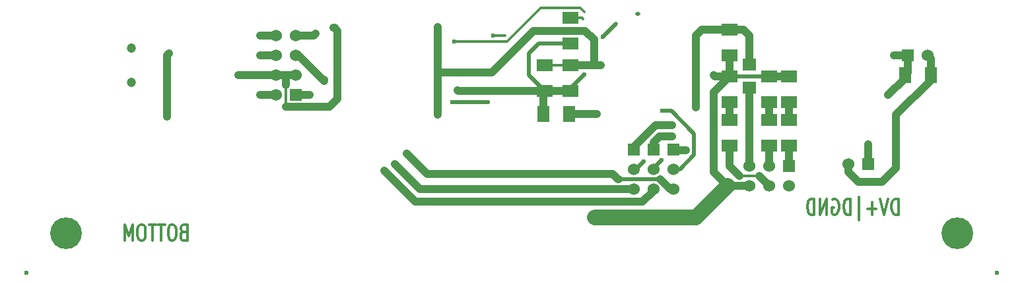
<source format=gbl>
G04 (created by PCBNEW-RS274X (2011-12-28 BZR 3254)-stable) date 25/02/2013 21:36:47*
G01*
G70*
G90*
%MOIN*%
G04 Gerber Fmt 3.4, Leading zero omitted, Abs format*
%FSLAX34Y34*%
G04 APERTURE LIST*
%ADD10C,0.006000*%
%ADD11C,0.012000*%
%ADD12C,0.047200*%
%ADD13R,0.060000X0.080000*%
%ADD14R,0.080000X0.060000*%
%ADD15R,0.060000X0.060000*%
%ADD16C,0.060000*%
%ADD17C,0.160000*%
%ADD18R,0.070900X0.059100*%
%ADD19C,0.023600*%
%ADD20C,0.019700*%
%ADD21C,0.039400*%
%ADD22C,0.013800*%
%ADD23C,0.078700*%
G04 APERTURE END LIST*
G54D10*
G54D11*
X07911Y02070D02*
X07825Y02032D01*
X07797Y01994D01*
X07768Y01918D01*
X07768Y01804D01*
X07797Y01727D01*
X07825Y01689D01*
X07883Y01651D01*
X08111Y01651D01*
X08111Y02451D01*
X07911Y02451D01*
X07854Y02413D01*
X07825Y02375D01*
X07797Y02299D01*
X07797Y02223D01*
X07825Y02146D01*
X07854Y02108D01*
X07911Y02070D01*
X08111Y02070D01*
X07397Y02451D02*
X07283Y02451D01*
X07225Y02413D01*
X07168Y02337D01*
X07140Y02185D01*
X07140Y01918D01*
X07168Y01765D01*
X07225Y01689D01*
X07283Y01651D01*
X07397Y01651D01*
X07454Y01689D01*
X07511Y01765D01*
X07540Y01918D01*
X07540Y02185D01*
X07511Y02337D01*
X07454Y02413D01*
X07397Y02451D01*
X06968Y02451D02*
X06625Y02451D01*
X06796Y01651D02*
X06796Y02451D01*
X06511Y02451D02*
X06168Y02451D01*
X06339Y01651D02*
X06339Y02451D01*
X05854Y02451D02*
X05740Y02451D01*
X05682Y02413D01*
X05625Y02337D01*
X05597Y02185D01*
X05597Y01918D01*
X05625Y01765D01*
X05682Y01689D01*
X05740Y01651D01*
X05854Y01651D01*
X05911Y01689D01*
X05968Y01765D01*
X05997Y01918D01*
X05997Y02185D01*
X05968Y02337D01*
X05911Y02413D01*
X05854Y02451D01*
X05339Y01651D02*
X05339Y02451D01*
X05139Y01880D01*
X04939Y02451D01*
X04939Y01651D01*
X44010Y02951D02*
X44010Y03751D01*
X43867Y03751D01*
X43782Y03713D01*
X43724Y03637D01*
X43696Y03561D01*
X43667Y03408D01*
X43667Y03294D01*
X43696Y03142D01*
X43724Y03065D01*
X43782Y02989D01*
X43867Y02951D01*
X44010Y02951D01*
X43496Y03751D02*
X43296Y02951D01*
X43096Y03751D01*
X42896Y03256D02*
X42439Y03256D01*
X42668Y02951D02*
X42668Y03561D01*
X42010Y02685D02*
X42010Y03827D01*
X41582Y02951D02*
X41582Y03751D01*
X41439Y03751D01*
X41354Y03713D01*
X41296Y03637D01*
X41268Y03561D01*
X41239Y03408D01*
X41239Y03294D01*
X41268Y03142D01*
X41296Y03065D01*
X41354Y02989D01*
X41439Y02951D01*
X41582Y02951D01*
X40668Y03713D02*
X40725Y03751D01*
X40811Y03751D01*
X40896Y03713D01*
X40954Y03637D01*
X40982Y03561D01*
X41011Y03408D01*
X41011Y03294D01*
X40982Y03142D01*
X40954Y03065D01*
X40896Y02989D01*
X40811Y02951D01*
X40754Y02951D01*
X40668Y02989D01*
X40639Y03027D01*
X40639Y03294D01*
X40754Y03294D01*
X40382Y02951D02*
X40382Y03751D01*
X40039Y02951D01*
X40039Y03751D01*
X39753Y02951D02*
X39753Y03751D01*
X39610Y03751D01*
X39525Y03713D01*
X39467Y03637D01*
X39439Y03561D01*
X39410Y03408D01*
X39410Y03294D01*
X39439Y03142D01*
X39467Y03065D01*
X39525Y02989D01*
X39610Y02951D01*
X39753Y02951D01*
G54D12*
X05276Y11366D03*
X05276Y09634D03*
G54D13*
X44350Y10000D03*
X45650Y10000D03*
G54D14*
X37500Y06450D03*
X37500Y07750D03*
X37500Y08650D03*
X37500Y09950D03*
X38500Y08650D03*
X38500Y09950D03*
X38500Y06450D03*
X38500Y07750D03*
X35500Y06450D03*
X35500Y07750D03*
X26150Y09200D03*
X26150Y10500D03*
X27450Y11600D03*
X27450Y12900D03*
G54D13*
X27400Y08050D03*
X26100Y08050D03*
G54D14*
X27450Y09200D03*
X27450Y10500D03*
X35500Y08650D03*
X35500Y09950D03*
G54D15*
X13600Y09000D03*
G54D16*
X12600Y09000D03*
X13600Y10000D03*
X12600Y10000D03*
X13600Y11000D03*
X12600Y11000D03*
X13600Y12000D03*
X12600Y12000D03*
G54D15*
X38500Y05400D03*
G54D16*
X38500Y04400D03*
X37500Y05400D03*
X37500Y04400D03*
X36500Y05400D03*
X36500Y04400D03*
G54D15*
X30650Y06250D03*
G54D16*
X30650Y05250D03*
X30650Y04250D03*
G54D15*
X44500Y11000D03*
G54D16*
X45500Y11000D03*
G54D15*
X32650Y06250D03*
G54D16*
X32650Y05250D03*
X32650Y04250D03*
G54D15*
X31650Y06250D03*
G54D16*
X31650Y05250D03*
X31650Y04250D03*
G54D15*
X42500Y05500D03*
G54D16*
X41500Y05500D03*
G54D17*
X02000Y02000D03*
X47000Y02000D03*
G54D14*
X35500Y12325D03*
X35500Y11025D03*
G54D18*
X36475Y10550D03*
X36475Y09369D03*
G54D19*
X00000Y00000D03*
X49000Y00000D03*
X28150Y10050D03*
X21750Y09250D03*
X42500Y06500D03*
X28150Y10450D03*
X20750Y12450D03*
X20750Y08000D03*
X28700Y02800D03*
X34700Y10000D03*
X43500Y09000D03*
X21600Y11700D03*
X33300Y06200D03*
X38500Y08200D03*
X14300Y09000D03*
X15300Y08400D03*
X10700Y10000D03*
X15500Y12400D03*
X15100Y09700D03*
X21500Y08650D03*
X23300Y08650D03*
X23550Y12000D03*
X29100Y11950D03*
X11800Y11000D03*
X31150Y05650D03*
X11800Y12000D03*
X14600Y12100D03*
X33775Y12025D03*
X33800Y08375D03*
X11800Y09000D03*
X32100Y08200D03*
X32050Y05700D03*
X32600Y06900D03*
X37500Y08200D03*
X32600Y07475D03*
X35500Y08200D03*
X07200Y11100D03*
X07100Y07900D03*
G54D20*
X30900Y13100D02*
X30825Y13100D01*
X25350Y10000D02*
X26150Y09200D01*
G54D21*
X26100Y09150D02*
X26150Y09200D01*
X21800Y09200D02*
X21750Y09250D01*
X26150Y09200D02*
X27450Y09200D01*
G54D20*
X25850Y11600D02*
X25350Y11100D01*
G54D21*
X26100Y08050D02*
X26100Y09150D01*
X26150Y09200D02*
X21800Y09200D01*
G54D20*
X27450Y09200D02*
X27450Y09350D01*
X27450Y11600D02*
X25850Y11600D01*
X27450Y09350D02*
X28150Y10050D01*
X25350Y11100D02*
X25350Y10000D01*
G54D21*
X28800Y08050D02*
X27400Y08050D01*
X19850Y04250D02*
X18600Y05500D01*
X19850Y04250D02*
X30650Y04250D01*
X31100Y03600D02*
X19625Y03600D01*
X31650Y04150D02*
X31650Y04250D01*
X31650Y04150D02*
X31100Y03600D01*
X19625Y03600D02*
X18050Y05175D01*
X42500Y05500D02*
X42500Y06500D01*
X35400Y04400D02*
X34700Y05100D01*
X34750Y09950D02*
X35500Y09950D01*
X41500Y05500D02*
X41500Y05100D01*
X45650Y10000D02*
X45650Y10850D01*
X23500Y10150D02*
X20750Y10150D01*
G54D22*
X27450Y10500D02*
X28100Y10500D01*
G54D21*
X43900Y05300D02*
X43900Y08000D01*
X45650Y09750D02*
X45650Y10000D01*
X37500Y09950D02*
X38500Y09950D01*
X34700Y05100D02*
X34700Y09150D01*
X28200Y12250D02*
X25600Y12250D01*
X43200Y04600D02*
X43900Y05300D01*
G54D20*
X37500Y09950D02*
X36500Y09950D01*
G54D21*
X35500Y11025D02*
X35500Y09950D01*
X41500Y05100D02*
X42000Y04600D01*
X29000Y10500D02*
X28650Y10500D01*
X34700Y09150D02*
X35500Y09950D01*
X20750Y10150D02*
X20750Y12450D01*
X25600Y12250D02*
X23500Y10150D01*
X20750Y08000D02*
X20750Y10150D01*
G54D23*
X33800Y02800D02*
X35400Y04400D01*
G54D21*
X42000Y04600D02*
X43200Y04600D01*
G54D22*
X28100Y10500D02*
X28150Y10450D01*
X26150Y10500D02*
X27450Y10500D01*
G54D20*
X36500Y09950D02*
X35500Y09950D01*
G54D21*
X28650Y10500D02*
X28650Y11800D01*
X43900Y08000D02*
X45650Y09750D01*
G54D23*
X28700Y02800D02*
X33800Y02800D01*
G54D21*
X36500Y04400D02*
X35400Y04400D01*
X45650Y10850D02*
X45500Y11000D01*
X28650Y11800D02*
X28200Y12250D01*
X34700Y10000D02*
X34750Y09950D01*
X28650Y10500D02*
X27450Y10500D01*
X35300Y04400D02*
X36500Y04400D01*
X44500Y10150D02*
X44350Y10000D01*
X44350Y10000D02*
X44350Y09850D01*
X44500Y11000D02*
X44500Y10150D01*
X44350Y09850D02*
X43500Y09000D01*
X44500Y11000D02*
X43800Y11000D01*
G54D22*
X28150Y13200D02*
X27950Y13400D01*
X24250Y11700D02*
X21600Y11700D01*
X27950Y13400D02*
X25950Y13400D01*
X25950Y13400D02*
X24250Y11700D01*
G54D21*
X38500Y08200D02*
X38500Y07750D01*
X38500Y07750D02*
X38500Y08650D01*
X32700Y06200D02*
X33300Y06200D01*
X32650Y06250D02*
X32700Y06200D01*
X37500Y05400D02*
X37500Y06450D01*
X37500Y04400D02*
X37000Y04900D01*
X35500Y05400D02*
X35500Y06450D01*
G54D22*
X37000Y04900D02*
X36000Y04900D01*
X36000Y04900D02*
X37000Y04900D01*
G54D21*
X36000Y04900D02*
X35500Y05400D01*
X13600Y09000D02*
X14300Y09000D01*
G54D22*
X13100Y10000D02*
X12600Y10000D01*
G54D21*
X15300Y08400D02*
X13100Y08400D01*
G54D22*
X13100Y10000D02*
X13600Y10000D01*
G54D21*
X15700Y08800D02*
X15300Y08400D01*
G54D22*
X13100Y08400D02*
X13100Y09525D01*
G54D21*
X15500Y12400D02*
X15550Y12400D01*
X12600Y10000D02*
X10700Y10000D01*
X15700Y12250D02*
X15700Y08800D01*
X13600Y10000D02*
X12600Y10000D01*
X13100Y10000D02*
X13100Y09525D01*
X15550Y12400D02*
X15700Y12250D01*
X13734Y11000D02*
X15034Y09700D01*
X13600Y11000D02*
X13734Y11000D01*
G54D22*
X15100Y09700D02*
X15034Y09766D01*
G54D21*
X15034Y09700D02*
X15034Y09766D01*
G54D20*
X21500Y08650D02*
X23300Y08650D01*
G54D22*
X24150Y12000D02*
X23550Y12000D01*
G54D20*
X29100Y11950D02*
X29750Y12600D01*
G54D21*
X11800Y11000D02*
X12600Y11000D01*
G54D20*
X30750Y05250D02*
X30650Y05250D01*
X31150Y05650D02*
X30750Y05250D01*
G54D21*
X11800Y12000D02*
X12600Y12000D01*
G54D22*
X14600Y12100D02*
X14500Y12000D01*
G54D21*
X14500Y12000D02*
X14600Y12100D01*
X13600Y12000D02*
X14500Y12000D01*
X33775Y12025D02*
X33800Y12025D01*
X36175Y12325D02*
X35500Y12325D01*
X35500Y12325D02*
X34075Y12325D01*
X36475Y12025D02*
X36175Y12325D01*
X36475Y10550D02*
X36475Y12025D01*
X33800Y12025D02*
X33800Y08375D01*
X34075Y12325D02*
X33775Y12025D01*
X36500Y05400D02*
X36500Y09344D01*
X36500Y09344D02*
X36475Y09369D01*
X29875Y04750D02*
X29850Y04750D01*
X29600Y05000D02*
X20225Y05000D01*
G54D20*
X32000Y04750D02*
X29875Y04750D01*
G54D21*
X32500Y04250D02*
X32650Y04250D01*
X20225Y05000D02*
X19175Y06050D01*
X32500Y04250D02*
X32000Y04750D01*
X29850Y04750D02*
X29600Y05000D01*
G54D22*
X28100Y12850D02*
X28050Y12900D01*
X28050Y12900D02*
X27450Y12900D01*
G54D21*
X11800Y09000D02*
X12600Y09000D01*
G54D20*
X32975Y05250D02*
X33700Y05975D01*
X33700Y07050D02*
X33700Y06600D01*
X32550Y08200D02*
X33700Y07050D01*
X33700Y05975D02*
X33700Y06600D01*
X32100Y08200D02*
X32550Y08200D01*
X32650Y05250D02*
X32975Y05250D01*
X31650Y05250D02*
X31650Y05300D01*
X31650Y05300D02*
X32050Y05700D01*
G54D21*
X38500Y05400D02*
X38500Y06450D01*
X31650Y06250D02*
X31650Y06600D01*
X31650Y06600D02*
X31950Y06900D01*
G54D20*
X32600Y06900D02*
X32600Y06900D01*
G54D21*
X37500Y07750D02*
X37500Y08650D01*
X37500Y07750D02*
X37500Y08200D01*
X31950Y06900D02*
X32600Y06900D01*
X31750Y07475D02*
X30650Y06375D01*
X35500Y08200D02*
X35500Y07750D01*
X30650Y06375D02*
X30650Y06250D01*
X32600Y07475D02*
X31750Y07475D01*
X35500Y08650D02*
X35500Y08200D01*
G54D22*
X07200Y11100D02*
X07100Y11000D01*
G54D21*
X07100Y11000D02*
X07200Y11100D01*
X07100Y07900D02*
X07100Y11000D01*
M02*

</source>
